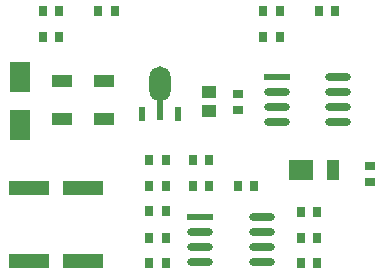
<source format=gtp>
%FSLAX25Y25*%
%MOIN*%
G70*
G01*
G75*
%ADD10C,0.01000*%
%ADD11R,0.06693X0.03937*%
%ADD12O,0.08661X0.02362*%
%ADD13R,0.13465X0.04921*%
%ADD14R,0.08661X0.02362*%
%ADD15R,0.01969X0.07087*%
%ADD16O,0.07087X0.11811*%
%ADD17R,0.01969X0.04724*%
%ADD18R,0.06693X0.09843*%
%ADD19R,0.08000X0.06693*%
%ADD20R,0.03937X0.06693*%
%ADD21R,0.05118X0.03937*%
%ADD22R,0.03150X0.03543*%
%ADD23R,0.03543X0.03150*%
%ADD24C,0.04000*%
%ADD25C,0.02000*%
%ADD26C,0.01500*%
%ADD27O,0.07874X0.06693*%
%ADD28C,0.05906*%
%ADD29O,0.07087X0.05906*%
%ADD30R,0.07087X0.05906*%
%ADD31C,0.05000*%
%ADD32C,0.00787*%
%ADD33C,0.00984*%
%ADD34C,0.00600*%
%ADD35C,0.00800*%
D11*
X988337Y812582D02*
D03*
Y825180D02*
D03*
X1002337Y812582D02*
D03*
Y825180D02*
D03*
D12*
X1054810Y774881D02*
D03*
X1034337Y764881D02*
D03*
X1054810D02*
D03*
X1034337Y769881D02*
D03*
X1054810D02*
D03*
X1034337Y774881D02*
D03*
X1054810Y779881D02*
D03*
X1059837Y821381D02*
D03*
Y816381D02*
D03*
Y811381D02*
D03*
X1080310Y826381D02*
D03*
Y821381D02*
D03*
Y816381D02*
D03*
Y811381D02*
D03*
D13*
X995337Y765176D02*
D03*
Y789586D02*
D03*
X977337Y765176D02*
D03*
Y789586D02*
D03*
D14*
X1034337Y779881D02*
D03*
X1059837Y826381D02*
D03*
D15*
X1020837Y815369D02*
D03*
D16*
Y824031D02*
D03*
D17*
X1026743Y814188D02*
D03*
X1014932D02*
D03*
D18*
X974337Y826255D02*
D03*
Y810507D02*
D03*
D19*
X1068038Y795381D02*
D03*
D20*
X1078636D02*
D03*
D21*
X1037337Y815232D02*
D03*
Y821531D02*
D03*
D22*
X1052349Y790181D02*
D03*
X1046837D02*
D03*
X1022837Y790181D02*
D03*
X1017325D02*
D03*
X1031826D02*
D03*
X1037337D02*
D03*
X1073337Y772881D02*
D03*
X1067826D02*
D03*
X1073337Y764381D02*
D03*
X1067826D02*
D03*
X1017325D02*
D03*
X1022837D02*
D03*
X1031837Y798781D02*
D03*
X1037349D02*
D03*
X981837Y839676D02*
D03*
X987349D02*
D03*
X1060849D02*
D03*
X1055337D02*
D03*
X1017325Y798781D02*
D03*
X1022837D02*
D03*
X1060837Y848276D02*
D03*
X1055326D02*
D03*
X1000325D02*
D03*
X1005837D02*
D03*
X1079337D02*
D03*
X1073825D02*
D03*
X981826D02*
D03*
X987337D02*
D03*
X1017337Y781881D02*
D03*
X1022849D02*
D03*
Y772881D02*
D03*
X1017337D02*
D03*
X1067826Y781381D02*
D03*
X1073337D02*
D03*
D23*
X1090837Y796881D02*
D03*
Y791369D02*
D03*
X1046837Y820881D02*
D03*
Y815369D02*
D03*
M02*

</source>
